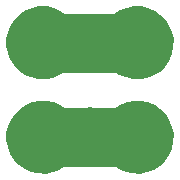
<source format=gbs>
%TF.GenerationSoftware,KiCad,Pcbnew,4.0.4+e1-6308~48~ubuntu16.04.1-stable*%
%TF.CreationDate,2016-12-19T13:05:21-08:00*%
%TF.ProjectId,2x2-LED-TH,3278322D4C45442D54482E6B69636164,1.0*%
%TF.FileFunction,Soldermask,Bot*%
%FSLAX46Y46*%
G04 Gerber Fmt 4.6, Leading zero omitted, Abs format (unit mm)*
G04 Created by KiCad (PCBNEW 4.0.4+e1-6308~48~ubuntu16.04.1-stable) date Mon Dec 19 13:05:21 2016*
%MOMM*%
%LPD*%
G01*
G04 APERTURE LIST*
%ADD10C,0.350000*%
%ADD11C,5.000000*%
G04 APERTURE END LIST*
D10*
D11*
X142240000Y-88520000D02*
X134240000Y-88520000D01*
X142240000Y-96520000D02*
X134240000Y-96520000D01*
D10*
G36*
X134563110Y-93445847D02*
X135154055Y-93567151D01*
X135710198Y-93800932D01*
X136210334Y-94138278D01*
X136635421Y-94566343D01*
X136969266Y-95068821D01*
X137199156Y-95626576D01*
X137316264Y-96218014D01*
X137316264Y-96218024D01*
X137316331Y-96218363D01*
X137306710Y-96907416D01*
X137306633Y-96907754D01*
X137306633Y-96907762D01*
X137173057Y-97495701D01*
X136927685Y-98046816D01*
X136579937Y-98539778D01*
X136143062Y-98955809D01*
X135633700Y-99279061D01*
X135071254Y-99497219D01*
X134477147Y-99601976D01*
X133874003Y-99589342D01*
X133284800Y-99459797D01*
X132731982Y-99218277D01*
X132236607Y-98873982D01*
X131817537Y-98440023D01*
X131490738Y-97932930D01*
X131268656Y-97372014D01*
X131159755Y-96778658D01*
X131168177Y-96175441D01*
X131293606Y-95585347D01*
X131531259Y-95030858D01*
X131872091Y-94533088D01*
X132303112Y-94111000D01*
X132807913Y-93780668D01*
X133367259Y-93554677D01*
X133959845Y-93441636D01*
X134563110Y-93445847D01*
X134563110Y-93445847D01*
G37*
G36*
X142563110Y-93445847D02*
X143154055Y-93567151D01*
X143710198Y-93800932D01*
X144210334Y-94138278D01*
X144635421Y-94566343D01*
X144969266Y-95068821D01*
X145199156Y-95626576D01*
X145316264Y-96218014D01*
X145316264Y-96218024D01*
X145316331Y-96218363D01*
X145306710Y-96907416D01*
X145306633Y-96907754D01*
X145306633Y-96907762D01*
X145173057Y-97495701D01*
X144927685Y-98046816D01*
X144579937Y-98539778D01*
X144143062Y-98955809D01*
X143633700Y-99279061D01*
X143071254Y-99497219D01*
X142477147Y-99601976D01*
X141874003Y-99589342D01*
X141284800Y-99459797D01*
X140731982Y-99218277D01*
X140236607Y-98873982D01*
X139817537Y-98440023D01*
X139490738Y-97932930D01*
X139268656Y-97372014D01*
X139159755Y-96778658D01*
X139168177Y-96175441D01*
X139293606Y-95585347D01*
X139531259Y-95030858D01*
X139872091Y-94533088D01*
X140303112Y-94111000D01*
X140807913Y-93780668D01*
X141367259Y-93554677D01*
X141959845Y-93441636D01*
X142563110Y-93445847D01*
X142563110Y-93445847D01*
G37*
G36*
X138347790Y-93994481D02*
X138544921Y-94034947D01*
X138730451Y-94112937D01*
X138897292Y-94225473D01*
X139039098Y-94368272D01*
X139150466Y-94535895D01*
X139227156Y-94721958D01*
X139266176Y-94919027D01*
X139266176Y-94919032D01*
X139266244Y-94919376D01*
X139263034Y-95149239D01*
X139262957Y-95149577D01*
X139262957Y-95149586D01*
X139218449Y-95345490D01*
X139136596Y-95529335D01*
X139020588Y-95693786D01*
X138874850Y-95832571D01*
X138704931Y-95940405D01*
X138517299Y-96013182D01*
X138319112Y-96048128D01*
X138117905Y-96043913D01*
X137921351Y-96000699D01*
X137736933Y-95920128D01*
X137571682Y-95805275D01*
X137431882Y-95660509D01*
X137322864Y-95491345D01*
X137248777Y-95304224D01*
X137212449Y-95106288D01*
X137215258Y-94905058D01*
X137257102Y-94708205D01*
X137336380Y-94523232D01*
X137450080Y-94357178D01*
X137593865Y-94216373D01*
X137762265Y-94106176D01*
X137948860Y-94030786D01*
X138146540Y-93993077D01*
X138347790Y-93994481D01*
X138347790Y-93994481D01*
G37*
G36*
X134563110Y-85445847D02*
X135154055Y-85567151D01*
X135710198Y-85800932D01*
X136210334Y-86138278D01*
X136635421Y-86566343D01*
X136969266Y-87068821D01*
X137199156Y-87626576D01*
X137316264Y-88218014D01*
X137316264Y-88218024D01*
X137316331Y-88218363D01*
X137306710Y-88907416D01*
X137306633Y-88907754D01*
X137306633Y-88907762D01*
X137173057Y-89495701D01*
X136927685Y-90046816D01*
X136579937Y-90539778D01*
X136143062Y-90955809D01*
X135633700Y-91279061D01*
X135071254Y-91497219D01*
X134477147Y-91601976D01*
X133874003Y-91589342D01*
X133284800Y-91459797D01*
X132731982Y-91218277D01*
X132236607Y-90873982D01*
X131817537Y-90440023D01*
X131490738Y-89932930D01*
X131268656Y-89372014D01*
X131159755Y-88778658D01*
X131168177Y-88175441D01*
X131293606Y-87585347D01*
X131531259Y-87030858D01*
X131872091Y-86533088D01*
X132303112Y-86111000D01*
X132807913Y-85780668D01*
X133367259Y-85554677D01*
X133959845Y-85441636D01*
X134563110Y-85445847D01*
X134563110Y-85445847D01*
G37*
G36*
X142563110Y-85445847D02*
X143154055Y-85567151D01*
X143710198Y-85800932D01*
X144210334Y-86138278D01*
X144635421Y-86566343D01*
X144969266Y-87068821D01*
X145199156Y-87626576D01*
X145316264Y-88218014D01*
X145316264Y-88218024D01*
X145316331Y-88218363D01*
X145306710Y-88907416D01*
X145306633Y-88907754D01*
X145306633Y-88907762D01*
X145173057Y-89495701D01*
X144927685Y-90046816D01*
X144579937Y-90539778D01*
X144143062Y-90955809D01*
X143633700Y-91279061D01*
X143071254Y-91497219D01*
X142477147Y-91601976D01*
X141874003Y-91589342D01*
X141284800Y-91459797D01*
X140731982Y-91218277D01*
X140236607Y-90873982D01*
X139817537Y-90440023D01*
X139490738Y-89932930D01*
X139268656Y-89372014D01*
X139159755Y-88778658D01*
X139168177Y-88175441D01*
X139293606Y-87585347D01*
X139531259Y-87030858D01*
X139872091Y-86533088D01*
X140303112Y-86111000D01*
X140807913Y-85780668D01*
X141367259Y-85554677D01*
X141959845Y-85441636D01*
X142563110Y-85445847D01*
X142563110Y-85445847D01*
G37*
G36*
X138353042Y-88944515D02*
X138559777Y-88986952D01*
X138754347Y-89068741D01*
X138929318Y-89186761D01*
X139078033Y-89336518D01*
X139194827Y-89512308D01*
X139275253Y-89707436D01*
X139316178Y-89914124D01*
X139316178Y-89914129D01*
X139316246Y-89914473D01*
X139312880Y-90155536D01*
X139312803Y-90155874D01*
X139312803Y-90155883D01*
X139266122Y-90361349D01*
X139180281Y-90554152D01*
X139058621Y-90726615D01*
X138905782Y-90872162D01*
X138727584Y-90985250D01*
X138530810Y-91061573D01*
X138322967Y-91098222D01*
X138111957Y-91093802D01*
X137905825Y-91048481D01*
X137712422Y-90963985D01*
X137539119Y-90843536D01*
X137392508Y-90691717D01*
X137278178Y-90514310D01*
X137200481Y-90318072D01*
X137162384Y-90110492D01*
X137165330Y-89899458D01*
X137209211Y-89693013D01*
X137292353Y-89499028D01*
X137411593Y-89324883D01*
X137562384Y-89177217D01*
X137738988Y-89061651D01*
X137934675Y-88982588D01*
X138141987Y-88943042D01*
X138353042Y-88944515D01*
X138353042Y-88944515D01*
G37*
M02*

</source>
